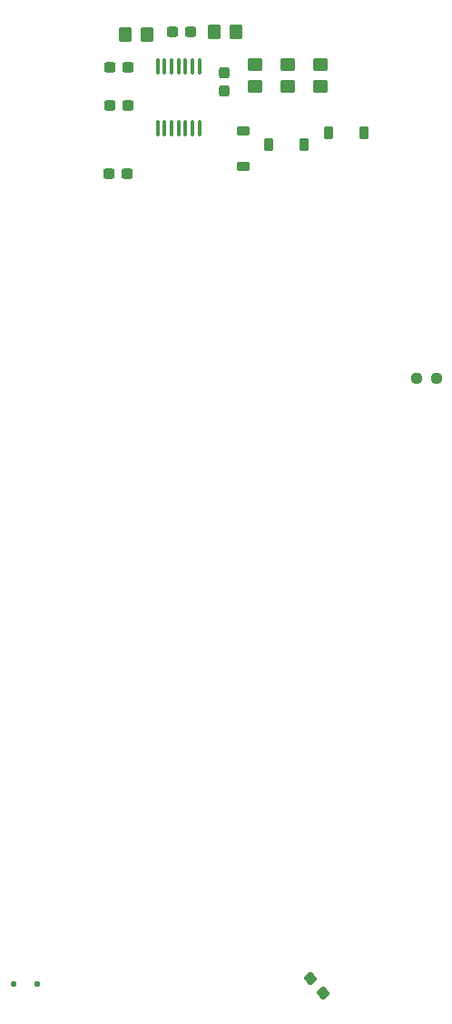
<source format=gbr>
%TF.GenerationSoftware,KiCad,Pcbnew,7.0.1*%
%TF.CreationDate,2023-05-25T18:45:16+09:00*%
%TF.ProjectId,THRControlModuleBoard,54485243-6f6e-4747-926f-6c4d6f64756c,rev?*%
%TF.SameCoordinates,Original*%
%TF.FileFunction,Paste,Top*%
%TF.FilePolarity,Positive*%
%FSLAX46Y46*%
G04 Gerber Fmt 4.6, Leading zero omitted, Abs format (unit mm)*
G04 Created by KiCad (PCBNEW 7.0.1) date 2023-05-25 18:45:16*
%MOMM*%
%LPD*%
G01*
G04 APERTURE LIST*
G04 Aperture macros list*
%AMRoundRect*
0 Rectangle with rounded corners*
0 $1 Rounding radius*
0 $2 $3 $4 $5 $6 $7 $8 $9 X,Y pos of 4 corners*
0 Add a 4 corners polygon primitive as box body*
4,1,4,$2,$3,$4,$5,$6,$7,$8,$9,$2,$3,0*
0 Add four circle primitives for the rounded corners*
1,1,$1+$1,$2,$3*
1,1,$1+$1,$4,$5*
1,1,$1+$1,$6,$7*
1,1,$1+$1,$8,$9*
0 Add four rect primitives between the rounded corners*
20,1,$1+$1,$2,$3,$4,$5,0*
20,1,$1+$1,$4,$5,$6,$7,0*
20,1,$1+$1,$6,$7,$8,$9,0*
20,1,$1+$1,$8,$9,$2,$3,0*%
G04 Aperture macros list end*
%ADD10RoundRect,0.237500X-0.300000X-0.237500X0.300000X-0.237500X0.300000X0.237500X-0.300000X0.237500X0*%
%ADD11RoundRect,0.100000X-0.100000X0.637500X-0.100000X-0.637500X0.100000X-0.637500X0.100000X0.637500X0*%
%ADD12RoundRect,0.225000X0.225000X0.375000X-0.225000X0.375000X-0.225000X-0.375000X0.225000X-0.375000X0*%
%ADD13RoundRect,0.250000X-0.450000X0.350000X-0.450000X-0.350000X0.450000X-0.350000X0.450000X0.350000X0*%
%ADD14RoundRect,0.250000X0.350000X0.450000X-0.350000X0.450000X-0.350000X-0.450000X0.350000X-0.450000X0*%
%ADD15RoundRect,0.225000X0.375000X-0.225000X0.375000X0.225000X-0.375000X0.225000X-0.375000X-0.225000X0*%
%ADD16RoundRect,0.250000X-0.350000X-0.450000X0.350000X-0.450000X0.350000X0.450000X-0.350000X0.450000X0*%
%ADD17RoundRect,0.237500X-0.366737X0.067576X0.002866X-0.372900X0.366737X-0.067576X-0.002866X0.372900X0*%
%ADD18RoundRect,0.237500X0.250000X0.237500X-0.250000X0.237500X-0.250000X-0.237500X0.250000X-0.237500X0*%
%ADD19RoundRect,0.237500X-0.237500X0.300000X-0.237500X-0.300000X0.237500X-0.300000X0.237500X0.300000X0*%
%ADD20RoundRect,0.125000X0.125000X0.125000X-0.125000X0.125000X-0.125000X-0.125000X0.125000X-0.125000X0*%
%ADD21RoundRect,0.237500X0.300000X0.237500X-0.300000X0.237500X-0.300000X-0.237500X0.300000X-0.237500X0*%
G04 APERTURE END LIST*
D10*
%TO.C,C2*%
X133593500Y-45586000D03*
X135318500Y-45586000D03*
%TD*%
D11*
%TO.C,U1*%
X136152000Y-48819500D03*
X135502000Y-48819500D03*
X134852000Y-48819500D03*
X134202000Y-48819500D03*
X133552000Y-48819500D03*
X132902000Y-48819500D03*
X132252000Y-48819500D03*
X132252000Y-54544500D03*
X132902000Y-54544500D03*
X133552000Y-54544500D03*
X134202000Y-54544500D03*
X134852000Y-54544500D03*
X135502000Y-54544500D03*
X136152000Y-54544500D03*
%TD*%
D12*
%TO.C,D3*%
X145900000Y-56050000D03*
X142600000Y-56050000D03*
%TD*%
%TO.C,D1*%
X151500000Y-54950000D03*
X148200000Y-54950000D03*
%TD*%
D13*
%TO.C,R4*%
X141314000Y-48666000D03*
X141314000Y-50666000D03*
%TD*%
D14*
%TO.C,R2*%
X139520000Y-45586000D03*
X137520000Y-45586000D03*
%TD*%
D15*
%TO.C,D2*%
X140200000Y-58150000D03*
X140200000Y-54850000D03*
%TD*%
D13*
%TO.C,R5*%
X144362000Y-48650000D03*
X144362000Y-50650000D03*
%TD*%
D16*
%TO.C,R1*%
X129250000Y-45850000D03*
X131250000Y-45850000D03*
%TD*%
D13*
%TO.C,R3*%
X147410000Y-48666000D03*
X147410000Y-50666000D03*
%TD*%
D10*
%TO.C,C1*%
X127751500Y-48888000D03*
X129476500Y-48888000D03*
%TD*%
D17*
%TO.C,D6*%
X146537561Y-133729711D03*
X147662439Y-135070289D03*
%TD*%
D18*
%TO.C,R11*%
X158262500Y-77850000D03*
X156437500Y-77850000D03*
%TD*%
D19*
%TO.C,C3*%
X138450000Y-49387500D03*
X138450000Y-51112500D03*
%TD*%
D20*
%TO.C,D4*%
X121000000Y-134200000D03*
X118800000Y-134200000D03*
%TD*%
D21*
%TO.C,C5*%
X129412500Y-58750000D03*
X127687500Y-58750000D03*
%TD*%
%TO.C,C4*%
X129476500Y-52444000D03*
X127751500Y-52444000D03*
%TD*%
M02*

</source>
